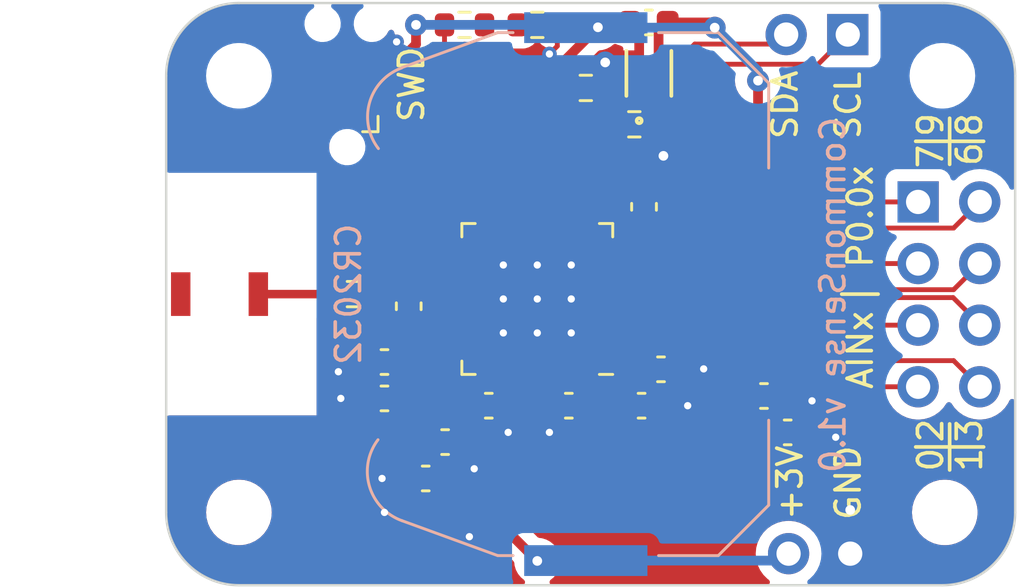
<source format=kicad_pcb>
(kicad_pcb (version 20221018) (generator pcbnew)
  (layers (0 "F.Cu" signal) (31 "B.Cu" signal) (34 "B.Paste" user) (35 "F.Paste" user) (36 "B.SilkS" user "B.Silkscreen") (37 "F.SilkS" user "F.Silkscreen") (38 "B.Mask" user) (39 "F.Mask" user) (44 "Edge.Cuts" user))
  (net 0 "")
  (net 1 "/RF")
  (net 2 "+3V3")
  (net 3 "GND")
  (net 4 "/XL1")
  (net 5 "/XL2")
  (net 6 "/DEC1")
  (net 7 "/DEC4")
  (net 8 "/DEC3")
  (net 9 "/DEC2")
  (net 10 "/XC1")
  (net 11 "/XC2")
  (net 12 "/ANT")
  (net 13 "/LED_RES")
  (net 14 "/STATUS_LED")
  (net 15 "/P0.09")
  (net 16 "/P0.08")
  (net 17 "/P0.07")
  (net 18 "/P0.06")
  (net 19 "/AIN3")
  (net 20 "/AIN2")
  (net 21 "/AIN1")
  (net 22 "/AIN0")
  (net 33 "/SWDCLK")
  (net 34 "/SWDIO")
  (net 45 "/SDA")
  (net 46 "/SCL")
  (net 48 "/NRESET")
  (footprint "Connector_PinHeader_2.54mm:PinHeader_1x02_P2.54mm_Vertical" (layer "F.Cu") (at 164.2 78.7 -90)
    (fp_text reference "J2" hide)
    (fp_text value "Conn_01x02" hide)
    (pad "1" thru_hole rect locked (at 0 0 270) (size 1.7 1.7) (drill 1) (layers "*.Cu" "*.Mask") (net 3 "GND"))
    (pad "2" thru_hole oval locked (at 0 2.54 270) (size 1.7 1.7) (drill 1) (layers "*.Cu" "*.Mask") (net 2 "+3V3"))
  )
  (footprint "Capacitor_SMD:C_0603_1608Metric" (layer "F.Cu") (at 145 70.8 180)
    (fp_text reference "C9" hide)
    (fp_text value "N.C." hide)
    (fp_line (start -0.14058 -0.51) (end 0.14058 -0.51) (stroke (width 0.12)) (layer "F.SilkS"))
    (fp_line (start -0.14058 0.51) (end 0.14058 0.51) (stroke (width 0.12)) (layer "F.SilkS"))
    (pad "1" smd roundrect (at -0.775 0 180) (size 0.9 0.95) (layers "F.Cu" "F.Paste" "F.Mask") (net 9 "/DEC2"))
    (pad "2" smd roundrect (at 0.775 0 180) (size 0.9 0.95) (layers "F.Cu" "F.Paste" "F.Mask") (net 3 "GND"))
  )
  (footprint "Capacitor_SMD:C_0603_1608Metric" (layer "F.Cu") (at 156.4 71.1 180)
    (fp_text reference "C3" hide)
    (fp_text value "100n" hide)
    (fp_line (start -0.14058 -0.51) (end 0.14058 -0.51) (stroke (width 0.12)) (layer "F.SilkS"))
    (fp_line (start -0.14058 0.51) (end 0.14058 0.51) (stroke (width 0.12)) (layer "F.SilkS"))
    (pad "1" smd roundrect (at -0.775 0 180) (size 0.9 0.95) (layers "F.Cu" "F.Paste" "F.Mask") (net 3 "GND"))
    (pad "2" smd roundrect (at 0.775 0 180) (size 0.9 0.95) (layers "F.Cu" "F.Paste" "F.Mask") (net 6 "/DEC1"))
  )
  (footprint "MountingHole:MountingHole_2.2mm_M2" (layer "F.Cu") (at 168.1 77)
    (fp_text reference "H4" hide)
    (fp_text value "MountingHole" hide)
    (pad "" np_thru_hole circle locked (at 0 0) (size 2.2 2.2) (drill 2.2) (layers "*.Cu" "*.Mask"))
  )
  (footprint "MountingHole:MountingHole_2.2mm_M2" (layer "F.Cu") (at 139 77)
    (fp_text reference "H1" hide)
    (fp_text value "MountingHole" hide)
    (pad "" np_thru_hole circle locked (at 0 0) (size 2.2 2.2) (drill 2.2) (layers "*.Cu" "*.Mask"))
  )
  (footprint "Connector_PinHeader_2.54mm:PinHeader_2x04_P2.54mm_Vertical" (layer "F.Cu") (at 167 64.2)
    (fp_text reference "J1" hide)
    (fp_text value "Conn_02x04_Counter_Clockwise" hide)
    (pad "1" thru_hole rect locked (at 0 0) (size 1.7 1.7) (drill 1) (layers "*.Cu" "*.Mask") (net 15 "/P0.09"))
    (pad "2" thru_hole oval locked (at 2.54 0) (size 1.7 1.7) (drill 1) (layers "*.Cu" "*.Mask") (net 16 "/P0.08"))
    (pad "3" thru_hole oval locked (at 0 2.54) (size 1.7 1.7) (drill 1) (layers "*.Cu" "*.Mask") (net 17 "/P0.07"))
    (pad "4" thru_hole oval locked (at 2.54 2.54) (size 1.7 1.7) (drill 1) (layers "*.Cu" "*.Mask") (net 18 "/P0.06"))
    (pad "5" thru_hole oval locked (at 0 5.08) (size 1.7 1.7) (drill 1) (layers "*.Cu" "*.Mask") (net 20 "/AIN2"))
    (pad "6" thru_hole oval locked (at 2.54 5.08) (size 1.7 1.7) (drill 1) (layers "*.Cu" "*.Mask") (net 19 "/AIN3"))
    (pad "7" thru_hole oval locked (at 0 7.62) (size 1.7 1.7) (drill 1) (layers "*.Cu" "*.Mask") (net 22 "/AIN0"))
    (pad "8" thru_hole oval locked (at 2.54 7.62) (size 1.7 1.7) (drill 1) (layers "*.Cu" "*.Mask") (net 21 "/AIN1"))
  )
  (footprint "encyclopedia_galactica:ECS-.327-12.5-12R-TR" (layer "F.Cu") (at 160.076228 75.527211 180)
    (fp_text reference "Y1" hide)
    (fp_text value " ECS-.327-12.5-12R-TR " hide)
    (pad "1" smd rect (at -0.7 0 180) (size 0.6 1.1) (layers "F.Cu" "F.Paste" "F.Mask") (net 5 "/XL2"))
    (pad "2" smd rect (at 0.7 0 180) (size 0.6 1.1) (layers "F.Cu" "F.Paste" "F.Mask") (net 4 "/XL1"))
  )
  (footprint "encyclopedia_galactica:2108838-1" (layer "F.Cu") (at 135.7 68)
    (fp_text reference "2108838-1" hide)
    (fp_text value "~" hide)
    (pad "1" smd rect (at 4.1 0) (size 0.8 1.8) (layers "F.Cu" "F.Paste" "F.Mask") (net 1 "/RF"))
    (pad "2" smd rect (at 0.9 0) (size 0.8 1.8) (layers "F.Cu" "F.Paste" "F.Mask"))
    (zone (net 0) (net_name "") (layers "*.Cu") (connect_pads (clearance 0)) (min_thickness 0.25)
      (keepout (tracks allowed) (vias not_allowed) (pads allowed) (copperpour not_allowed) (footprints not_allowed))
      (fill (thermal_gap 0.5) (thermal_bridge_width 0.5))
      (polygon (pts (xy 129.2 63) (xy 129.2 73) (xy 142.2 73) (xy 142.2 63)))
    )
  )
  (footprint "MountingHole:MountingHole_2.2mm_M2" (layer "F.Cu") (at 139 59)
    (fp_text reference "H2" hide)
    (fp_text value "MountingHole" hide)
    (pad "" np_thru_hole circle locked (at 0 0) (size 2.2 2.2) (drill 2.2) (layers "*.Cu" "*.Mask"))
  )
  (footprint "Connector_PinHeader_2.54mm:PinHeader_1x02_P2.54mm_Vertical" (layer "F.Cu") (at 164.1 57.3 -90)
    (fp_text reference "J3" hide)
    (fp_text value "Conn_01x02" hide)
    (pad "1" thru_hole rect locked (at 0 0 270) (size 1.7 1.7) (drill 1) (layers "*.Cu" "*.Mask") (net 46 "/SCL"))
    (pad "2" thru_hole oval locked (at 0 2.54 270) (size 1.7 1.7) (drill 1) (layers "*.Cu" "*.Mask") (net 45 "/SDA"))
  )
  (footprint "Resistor_SMD:R_0603_1608Metric" (layer "F.Cu") (at 151.3 56.9 180)
    (fp_text reference "D1" hide)
    (fp_text value "LED" hide)
    (fp_line (start -0.237258 -0.5225) (end 0.237258 -0.5225) (stroke (width 0.12)) (layer "F.SilkS"))
    (fp_line (start -0.237258 0.5225) (end 0.237258 0.5225) (stroke (width 0.12)) (layer "F.SilkS"))
    (pad "1" smd roundrect (at -0.825 0 180) (size 0.8 0.95) (layers "F.Cu" "F.Paste" "F.Mask") (net 3 "GND"))
    (pad "2" smd roundrect (at 0.825 0 180) (size 0.8 0.95) (layers "F.Cu" "F.Paste" "F.Mask") (net 13 "/LED_RES"))
  )
  (footprint "Package_DFN_QFN:QFN-48-1EP_6x6mm_P0.4mm_EP4.6x4.6mm" (layer "F.Cu") (at 151.3 68.2 180)
    (fp_text reference "U1" hide)
    (fp_text value "NRF52810-QFAA-R7" hide)
    (fp_line (start -3.11 3.11) (end -3.11 2.56) (stroke (width 0.12)) (layer "F.SilkS"))
    (fp_line (start -2.56 -3.11) (end -3.11 -3.11) (stroke (width 0.12)) (layer "F.SilkS"))
    (fp_line (start -2.56 3.11) (end -3.11 3.11) (stroke (width 0.12)) (layer "F.SilkS"))
    (fp_line (start 2.56 -3.11) (end 3.11 -3.11) (stroke (width 0.12)) (layer "F.SilkS"))
    (fp_line (start 2.56 3.11) (end 3.11 3.11) (stroke (width 0.12)) (layer "F.SilkS"))
    (fp_line (start 3.11 -3.11) (end 3.11 -2.56) (stroke (width 0.12)) (layer "F.SilkS"))
    (fp_line (start 3.11 3.11) (end 3.11 2.56) (stroke (width 0.12)) (layer "F.SilkS"))
    (pad "1" smd roundrect (at -2.95 -2.2 180) (size 0.8 0.2) (layers "F.Cu" "F.Paste" "F.Mask") (net 6 "/DEC1"))
    (pad "2" smd roundrect (at -2.95 -1.8 180) (size 0.8 0.2) (layers "F.Cu" "F.Paste" "F.Mask") (net 4 "/XL1"))
    (pad "3" smd roundrect (at -2.95 -1.4 180) (size 0.8 0.2) (layers "F.Cu" "F.Paste" "F.Mask") (net 5 "/XL2"))
    (pad "4" smd roundrect (at -2.95 -1 180) (size 0.8 0.2) (layers "F.Cu" "F.Paste" "F.Mask") (net 22 "/AIN0"))
    (pad "5" smd roundrect (at -2.95 -0.6 180) (size 0.8 0.2) (layers "F.Cu" "F.Paste" "F.Mask") (net 21 "/AIN1"))
    (pad "6" smd roundrect (at -2.95 -0.2 180) (size 0.8 0.2) (layers "F.Cu" "F.Paste" "F.Mask") (net 20 "/AIN2"))
    (pad "7" smd roundrect (at -2.95 0.2 180) (size 0.8 0.2) (layers "F.Cu" "F.Paste" "F.Mask") (net 19 "/AIN3"))
    (pad "8" smd roundrect (at -2.95 0.6 180) (size 0.8 0.2) (layers "F.Cu" "F.Paste" "F.Mask") (net 18 "/P0.06"))
    (pad "9" smd roundrect (at -2.95 1 180) (size 0.8 0.2) (layers "F.Cu" "F.Paste" "F.Mask") (net 17 "/P0.07"))
    (pad "10" smd roundrect (at -2.95 1.4 180) (size 0.8 0.2) (layers "F.Cu" "F.Paste" "F.Mask") (net 16 "/P0.08"))
    (pad "11" smd roundrect (at -2.95 1.8 180) (size 0.8 0.2) (layers "F.Cu" "F.Paste" "F.Mask") (net 15 "/P0.09"))
    (pad "12" smd roundrect (at -2.95 2.2 180) (size 0.8 0.2) (layers "F.Cu" "F.Paste" "F.Mask"))
    (pad "13" smd roundrect (at -2.2 2.95 180) (size 0.2 0.8) (layers "F.Cu" "F.Paste" "F.Mask") (net 2 "+3V3"))
    (pad "14" smd roundrect (at -1.8 2.95 180) (size 0.2 0.8) (layers "F.Cu" "F.Paste" "F.Mask"))
    (pad "15" smd roundrect (at -1.4 2.95 180) (size 0.2 0.8) (layers "F.Cu" "F.Paste" "F.Mask"))
    (pad "16" smd roundrect (at -1 2.95 180) (size 0.2 0.8) (layers "F.Cu" "F.Paste" "F.Mask") (net 46 "/SCL"))
    (pad "17" smd roundrect (at -0.6 2.95 180) (size 0.2 0.8) (layers "F.Cu" "F.Paste" "F.Mask") (net 45 "/SDA"))
    (pad "18" smd roundrect (at -0.2 2.95 180) (size 0.2 0.8) (layers "F.Cu" "F.Paste" "F.Mask"))
    (pad "19" smd roundrect (at 0.2 2.95 180) (size 0.2 0.8) (layers "F.Cu" "F.Paste" "F.Mask"))
    (pad "20" smd roundrect (at 0.6 2.95 180) (size 0.2 0.8) (layers "F.Cu" "F.Paste" "F.Mask"))
    (pad "21" smd roundrect (at 1 2.95 180) (size 0.2 0.8) (layers "F.Cu" "F.Paste" "F.Mask"))
    (pad "22" smd roundrect (at 1.4 2.95 180) (size 0.2 0.8) (layers "F.Cu" "F.Paste" "F.Mask"))
    (pad "23" smd roundrect (at 1.8 2.95 180) (size 0.2 0.8) (layers "F.Cu" "F.Paste" "F.Mask") (net 14 "/STATUS_LED"))
    (pad "24" smd roundrect (at 2.2 2.95 180) (size 0.2 0.8) (layers "F.Cu" "F.Paste" "F.Mask") (net 48 "/NRESET"))
    (pad "25" smd roundrect (at 2.95 2.2 180) (size 0.8 0.2) (layers "F.Cu" "F.Paste" "F.Mask") (net 33 "/SWDCLK"))
    (pad "26" smd roundrect (at 2.95 1.8 180) (size 0.8 0.2) (layers "F.Cu" "F.Paste" "F.Mask") (net 34 "/SWDIO"))
    (pad "27" smd roundrect (at 2.95 1.4 180) (size 0.8 0.2) (layers "F.Cu" "F.Paste" "F.Mask"))
    (pad "28" smd roundrect (at 2.95 1 180) (size 0.8 0.2) (layers "F.Cu" "F.Paste" "F.Mask"))
    (pad "29" smd roundrect (at 2.95 0.6 180) (size 0.8 0.2) (layers "F.Cu" "F.Paste" "F.Mask"))
    (pad "30" smd roundrect (at 2.95 0.2 180) (size 0.8 0.2) (layers "F.Cu" "F.Paste" "F.Mask") (net 12 "/ANT"))
    (pad "31" smd roundrect (at 2.95 -0.2 180) (size 0.8 0.2) (layers "F.Cu" "F.Paste" "F.Mask") (net 3 "GND"))
    (pad "32" smd roundrect (at 2.95 -0.6 180) (size 0.8 0.2) (layers "F.Cu" "F.Paste" "F.Mask") (net 9 "/DEC2"))
    (pad "33" smd roundrect (at 2.95 -1 180) (size 0.8 0.2) (layers "F.Cu" "F.Paste" "F.Mask") (net 8 "/DEC3"))
    (pad "34" smd roundrect (at 2.95 -1.4 180) (size 0.8 0.2) (layers "F.Cu" "F.Paste" "F.Mask") (net 11 "/XC2"))
    (pad "35" smd roundrect (at 2.95 -1.8 180) (size 0.8 0.2) (layers "F.Cu" "F.Paste" "F.Mask") (net 10 "/XC1"))
    (pad "36" smd roundrect (at 2.95 -2.2 180) (size 0.8 0.2) (layers "F.Cu" "F.Paste" "F.Mask") (net 2 "+3V3"))
    (pad "37" smd roundrect (at 2.2 -2.95 180) (size 0.2 0.8) (layers "F.Cu" "F.Paste" "F.Mask"))
    (pad "38" smd roundrect (at 1.8 -2.95 180) (size 0.2 0.8) (layers "F.Cu" "F.Paste" "F.Mask"))
    (pad "39" smd roundrect (at 1.4 -2.95 180) (size 0.2 0.8) (layers "F.Cu" "F.Paste" "F.Mask"))
    (pad "40" smd roundrect (at 1 -2.95 180) (size 0.2 0.8) (layers "F.Cu" "F.Paste" "F.Mask"))
    (pad "41" smd roundrect (at 0.6 -2.95 180) (size 0.2 0.8) (layers "F.Cu" "F.Paste" "F.Mask"))
    (pad "42" smd roundrect (at 0.2 -2.95 180) (size 0.2 0.8) (layers "F.Cu" "F.Paste" "F.Mask"))
    (pad "43" smd roundrect (at -0.2 -2.95 180) (size 0.2 0.8) (layers "F.Cu" "F.Paste" "F.Mask"))
    (pad "44" smd roundrect (at -0.6 -2.95 180) (size 0.2 0.8) (layers "F.Cu" "F.Paste" "F.Mask"))
    (pad "45" smd roundrect (at -1 -2.95 180) (size 0.2 0.8) (layers "F.Cu" "F.Paste" "F.Mask") (net 3 "GND"))
    (pad "46" smd roundrect (at -1.4 -2.95 180) (size 0.2 0.8) (layers "F.Cu" "F.Paste" "F.Mask") (net 7 "/DEC4"))
    (pad "47" smd roundrect (at -1.8 -2.95 180) (size 0.2 0.8) (layers "F.Cu" "F.Paste" "F.Mask"))
    (pad "48" smd roundrect (at -2.2 -2.95 180) (size 0.2 0.8) (layers "F.Cu" "F.Paste" "F.Mask") (net 2 "+3V3"))
    (pad "49" smd rect (at 0 0 180) (size 4.6 4.6) (layers "F.Cu" "F.Mask") (net 3 "GND"))
  )
  (footprint "Capacitor_SMD:C_0603_1608Metric" (layer "F.Cu") (at 145 72.3 180)
    (fp_text reference "C8" hide)
    (fp_text value "100pF" hide)
    (fp_line (start -0.14058 -0.51) (end 0.14058 -0.51) (stroke (width 0.12)) (layer "F.SilkS"))
    (fp_line (start -0.14058 0.51) (end 0.14058 0.51) (stroke (width 0.12)) (layer "F.SilkS"))
    (pad "1" smd roundrect (at -0.775 0 180) (size 0.9 0.95) (layers "F.Cu" "F.Paste" "F.Mask") (net 8 "/DEC3"))
    (pad "2" smd roundrect (at 0.775 0 180) (size 0.9 0.95) (layers "F.Cu" "F.Paste" "F.Mask") (net 3 "GND"))
  )
  (footprint "Capacitor_SMD:C_0603_1608Metric" (layer "F.Cu") (at 155.6 72.6 180)
    (fp_text reference "C5" hide)
    (fp_text value "4u7" hide)
    (fp_line (start -0.14058 -0.51) (end 0.14058 -0.51) (stroke (width 0.12)) (layer "F.SilkS"))
    (fp_line (start -0.14058 0.51) (end 0.14058 0.51) (stroke (width 0.12)) (layer "F.SilkS"))
    (pad "1" smd roundrect (at -0.775 0 180) (size 0.9 0.95) (layers "F.Cu" "F.Paste" "F.Mask") (net 3 "GND"))
    (pad "2" smd roundrect (at 0.775 0 180) (size 0.9 0.95) (layers "F.Cu" "F.Paste" "F.Mask") (net 2 "+3V3"))
  )
  (footprint "Capacitor_SMD:C_0603_1608Metric" (layer "F.Cu") (at 147.5 74.1)
    (fp_text reference "C11" hide)
    (fp_text value "12pF" hide)
    (fp_line (start -0.14058 -0.51) (end 0.14058 -0.51) (stroke (width 0.12)) (layer "F.SilkS"))
    (fp_line (start -0.14058 0.51) (end 0.14058 0.51) (stroke (width 0.12)) (layer "F.SilkS"))
    (pad "1" smd roundrect (at -0.775 0) (size 0.9 0.95) (layers "F.Cu" "F.Paste" "F.Mask") (net 11 "/XC2"))
    (pad "2" smd roundrect (at 0.775 0) (size 0.9 0.95) (layers "F.Cu" "F.Paste" "F.Mask") (net 3 "GND"))
  )
  (footprint "Resistor_SMD:R_0603_1608Metric" (layer "F.Cu") (at 153.3 59.5)
    (fp_text reference "R4" hide)
    (fp_text value "10k" hide)
    (fp_line (start -0.237258 -0.5225) (end 0.237258 -0.5225) (stroke (width 0.12)) (layer "F.SilkS"))
    (fp_line (start -0.237258 0.5225) (end 0.237258 0.5225) (stroke (width 0.12)) (layer "F.SilkS"))
    (pad "1" smd roundrect (at -0.825 0) (size 0.8 0.95) (layers "F.Cu" "F.Paste" "F.Mask") (net 2 "+3V3"))
    (pad "2" smd roundrect (at 0.825 0) (size 0.8 0.95) (layers "F.Cu" "F.Paste" "F.Mask") (net 45 "/SDA"))
  )
  (footprint "Connector:Tag-Connect_TC2030-IDC-NL_2x03_P1.27mm_Vertical" (layer "F.Cu") (at 143.465 59.4 90)
    (fp_text reference "J5" hide)
    (fp_text value "Conn_ARM_SWD_TagConnect_TC2030-NL" hide)
    (fp_line (start -1.905 1.27) (end -1.905 0.635) (stroke (width 0.12)) (layer "F.SilkS"))
    (fp_line (start -1.27 1.27) (end -1.905 1.27) (stroke (width 0.12)) (layer "F.SilkS"))
    (pad "" np_thru_hole circle (at -2.54 0 90) (size 0.9906 0.9906) (drill 0.9906) (layers "*.Cu" "*.Mask"))
    (pad "" np_thru_hole circle (at 2.54 -1.016 90) (size 0.9906 0.9906) (drill 0.9906) (layers "*.Cu" "*.Mask"))
    (pad "" np_thru_hole circle (at 2.54 1.016 90) (size 0.9906 0.9906) (drill 0.9906) (layers "*.Cu" "*.Mask"))
    (pad "1" connect circle (at -1.27 0.635 90) (size 0.7874 0.7874) (layers "F.Cu" "F.Mask") (net 2 "+3V3"))
    (pad "2" connect circle (at -1.27 -0.635 90) (size 0.7874 0.7874) (layers "F.Cu" "F.Mask") (net 34 "/SWDIO"))
    (pad "3" connect circle (at 0 0.635 90) (size 0.7874 0.7874) (layers "F.Cu" "F.Mask") (net 48 "/NRESET"))
    (pad "4" connect circle (at 0 -0.635 90) (size 0.7874 0.7874) (layers "F.Cu" "F.Mask") (net 33 "/SWDCLK"))
    (pad "5" connect circle (at 1.27 0.635 90) (size 0.7874 0.7874) (layers "F.Cu" "F.Mask") (net 3 "GND"))
    (pad "6" connect circle (at 1.27 -0.635 90) (size 0.7874 0.7874) (layers "F.Cu" "F.Mask"))
    (zone (net 0) (net_name "") (layer "F.Cu") (connect_pads (clearance 0)) (min_thickness 0.254)
      (keepout (tracks allowed) (vias not_allowed) (pads allowed) (copperpour not_allowed) (footprints not_allowed))
      (fill (thermal_gap 0.508) (thermal_bridge_width 0.508))
      (polygon (pts (xy 142.83 58.13) (xy 142.83 60.67) (xy 144.1 60.67) (xy 144.1 58.13)))
    )
  )
  (footprint "Resistor_SMD:R_0603_1608Metric" (layer "F.Cu") (at 148.3 56.9)
    (fp_text reference "R1" hide)
    (fp_text value "R" hide)
    (fp_line (start -0.237258 -0.5225) (end 0.237258 -0.5225) (stroke (width 0.12)) (layer "F.SilkS"))
    (fp_line (start -0.237258 0.5225) (end 0.237258 0.5225) (stroke (width 0.12)) (layer "F.SilkS"))
    (pad "1" smd roundrect (at -0.825 0) (size 0.8 0.95) (layers "F.Cu" "F.Paste" "F.Mask") (net 14 "/STATUS_LED"))
    (pad "2" smd roundrect (at 0.825 0) (size 0.8 0.95) (layers "F.Cu" "F.Paste" "F.Mask") (net 13 "/LED_RES"))
  )
  (footprint "MountingHole:MountingHole_2.2mm_M2" (layer "F.Cu") (at 168 59)
    (fp_text reference "H3" hide)
    (fp_text value "MountingHole" hide)
    (pad "" np_thru_hole circle locked (at 0 0) (size 2.2 2.2) (drill 2.2) (layers "*.Cu" "*.Mask"))
  )
  (footprint "Resistor_SMD:R_0603_1608Metric" (layer "F.Cu") (at 143.7 68 180)
    (fp_text reference "L1" hide)
    (fp_text value "3.9nH" hide)
    (fp_line (start -0.237258 -0.5225) (end 0.237258 -0.5225) (stroke (width 0.12)) (layer "F.SilkS"))
    (fp_line (start -0.237258 0.5225) (end 0.237258 0.5225) (stroke (width 0.12)) (layer "F.SilkS"))
    (pad "1" smd roundrect (at -0.825 0 180) (size 0.8 0.95) (layers "F.Cu" "F.Paste" "F.Mask") (net 12 "/ANT"))
    (pad "2" smd roundrect (at 0.825 0 180) (size 0.8 0.95) (layers "F.Cu" "F.Paste" "F.Mask") (net 1 "/RF"))
  )
  (footprint "Resistor_SMD:R_0603_1608Metric" (layer "F.Cu") (at 155.3 61 180)
    (fp_text reference "R3" hide)
    (fp_text value "10k" hide)
    (fp_line (start -0.237258 -0.5225) (end 0.237258 -0.5225) (stroke (width 0.12)) (layer "F.SilkS"))
    (fp_line (start -0.237258 0.5225) (end 0.237258 0.5225) (stroke (width 0.12)) (layer "F.SilkS"))
    (pad "1" smd roundrect (at -0.825 0 180) (size 0.8 0.95) (layers "F.Cu" "F.Paste" "F.Mask") (net 46 "/SCL"))
    (pad "2" smd roundrect (at 0.825 0 180) (size 0.8 0.95) (layers "F.Cu" "F.Paste" "F.Mask") (net 2 "+3V3"))
  )
  (footprint "Capacitor_SMD:C_0603_1608Metric" (layer "F.Cu") (at 149.3 72.6 180)
    (fp_text reference "C7" hide)
    (fp_text value "100n" hide)
    (fp_line (start -0.14058 -0.51) (end 0.14058 -0.51) (stroke (width 0.12)) (layer "F.SilkS"))
    (fp_line (start -0.14058 0.51) (end 0.14058 0.51) (stroke (width 0.12)) (layer "F.SilkS"))
    (pad "1" smd roundrect (at -0.775 0 180) (size 0.9 0.95) (layers "F.Cu" "F.Paste" "F.Mask") (net 3 "GND"))
    (pad "2" smd roundrect (at 0.775 0 180) (size 0.9 0.95) (layers "F.Cu" "F.Paste" "F.Mask") (net 2 "+3V3"))
  )
  (footprint "Capacitor_SMD:C_0603_1608Metric" (layer "F.Cu") (at 155.90005 56.8 180)
    (fp_text reference "C13" hide)
    (fp_text value "100n" hide)
    (fp_line (start -0.14058 -0.51) (end 0.14058 -0.51) (stroke (width 0.12)) (layer "F.SilkS"))
    (fp_line (start -0.14058 0.51) (end 0.14058 0.51) (stroke (width 0.12)) (layer "F.SilkS"))
    (pad "1" smd roundrect (at -0.775 0 180) (size 0.9 0.95) (layers "F.Cu" "F.Paste" "F.Mask") (net 2 "+3V3"))
    (pad "2" smd roundrect (at 0.775 0 180) (size 0.9 0.95) (layers "F.Cu" "F.Paste" "F.Mask") (net 3 "GND"))
  )
  (footprint "Capacitor_SMD:C_0603_1608Metric" (layer "F.Cu") (at 161.62255 73.7)
    (fp_text reference "C2" hide)
    (fp_text value "12pF" hide)
    (fp_line (start -0.14058 -0.51) (end 0.14058 -0.51) (stroke (width 0.12)) (layer "F.SilkS"))
    (fp_line (start -0.14058 0.51) (end 0.14058 0.51) (stroke (width 0.12)) (layer "F.SilkS"))
    (pad "1" smd roundrect (at -0.775 0) (size 0.9 0.95) (layers "F.Cu" "F.Paste" "F.Mask") (net 5 "/XL2"))
    (pad "2" smd roundrect (at 0.775 0) (size 0.9 0.95) (layers "F.Cu" "F.Paste" "F.Mask") (net 3 "GND"))
  )
  (footprint "Capacitor_SMD:C_0603_1608Metric" (layer "F.Cu") (at 155.7 64.4 -90)
    (fp_text reference "C4" hide)
    (fp_text value "100n" hide)
    (fp_line (start -0.14058 -0.51) (end 0.14058 -0.51) (stroke (width 0.12)) (layer "F.SilkS"))
    (fp_line (start -0.14058 0.51) (end 0.14058 0.51) (stroke (width 0.12)) (layer "F.SilkS"))
    (pad "1" smd roundrect (at -0.775 0 270) (size 0.9 0.95) (layers "F.Cu" "F.Paste" "F.Mask") (net 3 "GND"))
    (pad "2" smd roundrect (at 0.775 0 270) (size 0.9 0.95) (layers "F.Cu" "F.Paste" "F.Mask") (net 2 "+3V3"))
  )
  (footprint "encyclopedia_galactica:DFN4_SHT41_SEN" (layer "F.Cu") (at 155.90005 58.9 90)
    (fp_text reference "U2" hide)
    (fp_text value "SHT41-AD1B-R2" hide)
    (fp_line (start -0.9271 0.9271) (end 0.9271 0.9271) (stroke (width 0.1524)) (layer "F.SilkS"))
    (fp_line (start 0.9271 -0.9271) (end -0.9271 -0.9271) (stroke (width 0.1524)) (layer "F.SilkS"))
    (fp_circle (center -1.950999 -0.40005) (end -1.849399 -0.40005) (stroke (width 0.1524)) (fill none) (layer "F.SilkS"))
    (pad "1" smd rect (at -0.7469 -0.40005 90) (size 0.706399 0.3056) (layers "F.Cu" "F.Paste" "F.Mask") (net 45 "/SDA"))
    (pad "2" smd rect (at -0.7469 0.40005 90) (size 0.706399 0.3056) (layers "F.Cu" "F.Paste" "F.Mask") (net 46 "/SCL"))
    (pad "3" smd rect (at 0.7469 0.40005 90) (size 0.706399 0.3056) (layers "F.Cu" "F.Paste" "F.Mask") (net 2 "+3V3"))
    (pad "4" smd rect (at 0.7469 -0.40005 90) (size 0.706399 0.3056) (layers "F.Cu" "F.Paste" "F.Mask") (net 3 "GND"))
  )
  (footprint "Capacitor_SMD:C_0603_1608Metric" (layer "F.Cu") (at 160.6451 72.2)
    (fp_text reference "C1" hide)
    (fp_text value "12pF" hide)
    (fp_line (start -0.14058 -0.51) (end 0.14058 -0.51) (stroke (width 0.12)) (layer "F.SilkS"))
    (fp_line (start -0.14058 0.51) (end 0.14058 0.51) (stroke (width 0.12)) (layer "F.SilkS"))
    (pad "1" smd roundrect (at -0.775 0) (size 0.9 0.95) (layers "F.Cu" "F.Paste" "F.Mask") (net 4 "/XL1"))
    (pad "2" smd roundrect (at 0.775 0) (size 0.9 0.95) (layers "F.Cu" "F.Paste" "F.Mask") (net 3 "GND"))
  )
  (footprint "encyclopedia_galactica:ABM11W-30.0000MHZ-7-D1X-T3" (layer "F.Cu") (at 146.7625 77.5)
    (fp_text reference "Y2" hide)
    (fp_text value "ABM11W-32.0000MHZ-7-D1X-T3 " hide)
    (pad "1" smd rect (at -0.637 -0.487 90) (size 0.775 0.875) (layers "F.Cu" "F.Paste" "F.Mask") (net 3 "GND"))
    (pad "2" smd rect (at 0.637 -0.487 90) (size 0.775 0.875) (layers "F.Cu" "F.Paste" "F.Mask") (net 10 "/XC1"))
    (pad "3" smd rect (at -0.637 0.487 90) (size 0.775 0.875) (layers "F.Cu" "F.Paste" "F.Mask") (net 11 "/XC2"))
    (pad "4" smd rect (at 0.637 0.487 90) (size 0.775 0.875) (layers "F.Cu" "F.Paste" "F.Mask") (net 3 "GND"))
  )
  (footprint "Capacitor_SMD:C_0603_1608Metric" (layer "F.Cu") (at 146 68.5 90)
    (fp_text reference "C12" hide)
    (fp_text value "0.8pF" hide)
    (fp_line (start -0.14058 -0.51) (end 0.14058 -0.51) (stroke (width 0.12)) (layer "F.SilkS"))
    (fp_line (start -0.14058 0.51) (end 0.14058 0.51) (stroke (width 0.12)) (layer "F.SilkS"))
    (pad "1" smd roundrect (at -0.775 0 90) (size 0.9 0.95) (layers "F.Cu" "F.Paste" "F.Mask") (net 3 "GND"))
    (pad "2" smd roundrect (at 0.775 0 90) (size 0.9 0.95) (layers "F.Cu" "F.Paste" "F.Mask") (net 12 "/ANT"))
  )
  (footprint "Capacitor_SMD:C_0603_1608Metric" (layer "F.Cu") (at 152.6 72.6 180)
    (fp_text reference "C6" hide)
    (fp_text value "1u" hide)
    (fp_line (start -0.14058 -0.51) (end 0.14058 -0.51) (stroke (width 0.12)) (layer "F.SilkS"))
    (fp_line (start -0.14058 0.51) (end 0.14058 0.51) (stroke (width 0.12)) (layer "F.SilkS"))
    (pad "1" smd roundrect (at -0.775 0 180) (size 0.9 0.95) (layers "F.Cu" "F.Paste" "F.Mask") (net 7 "/DEC4"))
    (pad "2" smd roundrect (at 0.775 0 180) (size 0.9 0.95) (layers "F.Cu" "F.Paste" "F.Mask") (net 3 "GND"))
  )
  (footprint "Capacitor_SMD:C_0603_1608Metric" (layer "F.Cu") (at 146.7 75.6 180)
    (fp_text reference "C10" hide)
    (fp_text value "12pF" hide)
    (fp_line (start -0.14058 -0.51) (end 0.14058 -0.51) (stroke (width 0.12)) (layer "F.SilkS"))
    (fp_line (start -0.14058 0.51) (end 0.14058 0.51) (stroke (width 0.12)) (layer "F.SilkS"))
    (pad "1" smd roundrect (at -0.775 0 180) (size 0.9 0.95) (layers "F.Cu" "F.Paste" "F.Mask") (net 10 "/XC1"))
    (pad "2" smd roundrect (at 0.775 0 180) (size 0.9 0.95) (layers "F.Cu" "F.Paste" "F.Mask") (net 3 "GND"))
  )
  (footprint "Battery:BatteryHolder_Keystone_3034_1x20mm" (layer "B.Cu") (at 153.3 68 90)
    (fp_text reference "BT1" hide)
    (fp_text value "Battery_Cell" hide)
    (fp_line (start -10.78 -3.63) (end -9.34 -7.58) (stroke (width 0.12)) (layer "B.SilkS"))
    (fp_line (start -10.78 -3) (end -10.78 -3.63) (stroke (width 0.12)) (layer "B.SilkS"))
    (fp_line (start -10.78 5.46) (end -10.78 3) (stroke (width 0.12)) (layer "B.SilkS"))
    (fp_line (start -8.7 7.54) (end -10.78 5.46) (stroke (width 0.12)) (layer "B.SilkS"))
    (fp_line (start -5.2 7.54) (end -8.7 7.54) (stroke (width 0.12)) (layer "B.SilkS"))
    (fp_line (start 8.7 7.54) (end 5.2 7.54) (stroke (width 0.12)) (layer "B.SilkS"))
    (fp_line (start 8.7 7.54) (end 10.78 5.46) (stroke (width 0.12)) (layer "B.SilkS"))
    (fp_line (start 10.78 -3.63) (end 9.34 -7.58) (stroke (width 0.12)) (layer "B.SilkS"))
    (fp_line (start 10.78 -3) (end 10.78 -3.63) (stroke (width 0.12)) (layer "B.SilkS"))
    (fp_line (start 10.78 5.46) (end 10.78 3) (stroke (width 0.12)) (layer "B.SilkS"))
    (fp_arc (start -9.34 -7.58) (mid -7.921654 -8.918738) (end -6.003354 -8.56653) (stroke (width 0.12)) (layer "B.SilkS"))
    (fp_arc (start 6 -8.55) (mid 7.90634 -8.911669) (end 9.325243 -7.588169) (stroke (width 0.12)) (layer "B.SilkS"))
    (pad "1" smd rect (at -10.985 0 90) (size 1.27 5.08) (layers "B.Cu" "B.Paste" "B.Mask") (net 2 "+3V3"))
    (pad "1" smd rect (at 10.985 0 90) (size 1.27 5.08) (layers "B.Cu" "B.Paste" "B.Mask") (net 2 "+3V3"))
    (pad "2" smd circle (at 0 0 90) (size 17.8 17.8) (layers "B.Cu" "B.Mask") (net 3 "GND"))
  )
  (gr_line (start 168.3 75.25) (end 168.3 73.35) (stroke (width 0.15)) (layer "F.SilkS"))
  (gr_line (start 165.35 68) (end 163.85 68) (stroke (width 0.15)) (layer "F.SilkS"))
  (gr_line (start 168.3 62.65) (end 168.3 60.75) (stroke (width 0.15)) (layer "F.SilkS"))
  (gr_line (start 166.9 74.3) (end 169.7 74.3) (stroke (width 0.15)) (layer "F.SilkS"))
  (gr_line (start 166.9 61.7) (end 169.7 61.7) (stroke (width 0.15)) (layer "F.SilkS"))
  (gr_line locked (start 168.000001 80.000001) (end 139 80) (stroke (width 0.1)) (layer "Edge.Cuts"))
  (gr_line locked (start 171 59) (end 171 77) (stroke (width 0.1)) (layer "Edge.Cuts"))
  (gr_arc locked (start 138.999999 80.000001) (mid 136.878679 79.121321) (end 135.999999 77.000001) (stroke (width 0.1)) (layer "Edge.Cuts"))
  (gr_arc locked (start 168 56) (mid 170.12132 56.87868) (end 171 59) (stroke (width 0.1)) (layer "Edge.Cuts"))
  (gr_arc locked (start 135.999999 58.999999) (mid 136.878679 56.878679) (end 138.999999 55.999999) (stroke (width 0.1)) (layer "Edge.Cuts"))
  (gr_line locked (start 139 56) (end 168 56) (stroke (width 0.1)) (layer "Edge.Cuts"))
  (gr_arc locked (start 171.000001 77.000001) (mid 170.121321 79.121321) (end 168.000001 80.000001) (stroke (width 0.1)) (layer "Edge.Cuts"))
  (gr_line locked (start 136 77) (end 136 59) (stroke (width 0.1)) (layer "Edge.Cuts"))
  (gr_text "CommonSense v1.0" (at 162.9 60.6 90) (layer "B.SilkS") (effects (font (size 1 1)) (justify left top mirror)))
  (gr_text "CR2032" (at 144.1 65 90) (layer "B.SilkS") (effects (font (size 1 1)) (justify left bottom mirror)))
  (gr_text "7" (at 168.1 62.9 90) (layer "F.SilkS") (effects (font (size 1 1)) (justify left bottom)))
  (gr_text "SCL" (at 164.7 61.7 90) (layer "F.SilkS") (effects (font (size 1 1)) (justify left bottom)))
  (gr_text "SDA" (at 162.1 61.7 90) (layer "F.SilkS") (effects (font (size 1 1)) (justify left bottom)))
  (gr_text "P0.0x" (at 165.2 67 90) (layer "F.SilkS") (effects (font (size 1 1)) (justify left bottom)))
  (gr_text "+3V" (at 162.3 77.4 90) (layer "F.SilkS") (effects (font (size 1 1)) (justify left bottom)))
  (gr_text "6" (at 169.7 62.8 90) (layer "F.SilkS") (effects (font (size 1 1)) (justify left bottom)))
  (gr_text "SWD" (at 146.7 61 90) (layer "F.SilkS") (effects (font (size 1 1)) (justify left bottom)))
  (gr_text "GND" (at 164.7 77.4 90) (layer "F.SilkS") (effects (font (size 1 1)) (justify left bottom)))
  (gr_text "0" (at 168.1 75.4 90) (layer "F.SilkS") (effects (font (size 1 1)) (justify left bottom)))
  (gr_text "AINx" (at 165.2 72 90) (layer "F.SilkS") (effects (font (size 1 1)) (justify left bottom)))
  (gr_text "3" (at 169.7 74.2 90) (layer "F.SilkS") (effects (font (size 1 1)) (justify left bottom)))
  (gr_text "9" (at 168.1 61.6 90) (layer "F.SilkS") (effects (font (size 1 1)) (justify left bottom)))
  (gr_text "2" (at 168.1 74.2 90) (layer "F.SilkS") (effects (font (size 1 1)) (justify left bottom)))
  (gr_text "8" (at 169.7 61.6 90) (layer "F.SilkS") (effects (font (size 1 1)) (justify left bottom)))
  (gr_text "1" (at 169.7 75.4 90) (layer "F.SilkS") (effects (font (size 1 1)) (justify left bottom)))
  (segment (start 142.875 68) (end 139.8 68) (width 0.35) (layer "F.Cu") (net 1))
  (segment (start 151.3 79) (end 149.473 77.173) (width 0.4) (layer "F.Cu") (net 2))
  (segment (start 156.3001 58.1531) (end 156.3001 57.17495) (width 0.4) (layer "F.Cu") (net 2))
  (segment (start 144.6793 58.7793) (end 144.7 58.8) (width 0.2) (layer "F.Cu") (net 2))
  (segment (start 154.825 72.6) (end 153.527 71.302) (width 0.4) (layer "F.Cu") (net 2))
  (segment (start 143.2207 60.0207) (end 142.572897 60.0207) (width 0.2) (layer "F.Cu") (net 2))
  (segment (start 146.3 57.7) (end 146.3 56.9) (width 0.4) (layer "F.Cu") (net 2))
  (segment (start 153.527 71.302) (end 153.527 71.15) (width 0.4) (layer "F.Cu") (net 2))
  (segment (start 145.2 58.8) (end 144.7 58.8) (width 0.4) (layer "F.Cu") (net 2))
  (segment (start 156.3001 57.17495) (end 156.67505 56.8) (width 0.4) (layer "F.Cu") (net 2))
  (segment (start 153.8 57) (end 152.475 58.325) (width 0.4) (layer "F.Cu") (net 2))
  (segment (start 143.87 60.67) (end 143.2207 60.0207) (width 0.2) (layer "F.Cu") (net 2))
  (segment (start 155.7 65.175) (end 153.575 65.175) (width 0.4) (layer "F.Cu") (net 2))
  (segment (start 160.4 59.1995) (end 160.4 60.475) (width 0.4) (layer "F.Cu") (net 2))
  (segment (start 142.2093 59.142897) (end 142.572897 58.7793) (width 0.2) (layer "F.Cu") (net 2))
  (segment (start 149.473 73.548) (end 148.525 72.6) (width 0.4) (layer "F.Cu") (net 2))
  (segment (start 142.572897 58.7793) (end 144.6793 58.7793) (width 0.2) (layer "F.Cu") (net 2))
  (segment (start 156.67505 56.8) (end 158.4 56.8) (width 0.4) (layer "F.Cu") (net 2))
  (segment (start 142.2093 59.657103) (end 142.2093 59.142897) (width 0.2) (layer "F.Cu") (net 2))
  (segment (start 160.4 60.475) (end 155.7 65.175) (width 0.4) (layer "F.Cu") (net 2))
  (segment (start 153.098 74.327) (end 149.5 74.327) (width 0.4) (layer "F.Cu") (net 2))
  (segment (start 142.572897 60.0207) (end 142.2093 59.657103) (width 0.2) (layer "F.Cu") (net 2))
  (segment (start 148.525 72.6) (end 148.35 72.425) (width 0.4) (layer "F.Cu") (net 2))
  (segment (start 152.475 58.325) (end 152.475 59.5) (width 0.4) (layer "F.Cu") (net 2))
  (segment (start 148.35 72.425) (end 148.35 70.427) (width 0.4) (layer "F.Cu") (net 2))
  (segment (start 149.473 74.3) (end 149.473 73.548) (width 0.4) (layer "F.Cu") (net 2))
  (segment (start 158.4 56.8) (end 158.615 57.015) (width 0.4) (layer "F.Cu") (net 2))
  (segment (start 149.5 74.327) (end 149.473 74.3) (width 0.4) (layer "F.Cu") (net 2))
  (segment (start 154.475 61) (end 153.975 61) (width 0.4) (layer "F.Cu") (net 2))
  (segment (start 153.975 61) (end 152.475 59.5) (width 0.4) (layer "F.Cu") (net 2))
  (segment (start 145.2 58.8) (end 146.3 57.7) (width 0.4) (layer "F.Cu") (net 2))
  (segment (start 154.825 72.6) (end 153.098 74.327) (width 0.4) (layer "F.Cu") (net 2))
  (segment (start 149.473 77.173) (end 149.473 74.3) (width 0.4) (layer "F.Cu") (net 2))
  (segment (start 144.1 60.67) (end 143.87 60.67) (width 0.2) (layer "F.Cu") (net 2))
  (segment (start 153.527 65.223) (end 153.527 65.25) (width 0.4) (layer "F.Cu") (net 2))
  (segment (start 153.575 65.175) (end 153.527 65.223) (width 0.4) (layer "F.Cu") (net 2))
  (via (at 153.8 57) (size 0.9) (drill 0.4) (layers "F.Cu" "B.Cu") (net 2))
  (via (at 151.3 79) (size 0.9) (drill 0.4) (layers "F.Cu" "B.Cu") (net 2))
  (via (at 160.4 59.1995) (size 0.9) (drill 0.4) (layers "F.Cu" "B.Cu") (net 2))
  (via (at 158.615 57.015) (size 0.9) (drill 0.4) (layers "F.Cu" "B.Cu") (net 2))
  (via (at 146.3 56.9) (size 0.9) (drill 0.4) (layers "F.Cu" "B.Cu") (net 2))
  (segment (start 161.375 78.985) (end 161.66 78.7) (width 0.4) (layer "B.Cu") (net 2))
  (segment (start 153.7 56.9) (end 153.8 57) (width 0.4) (layer "B.Cu") (net 2))
  (segment (start 160.4 58.8) (end 158.615 57.015) (width 0.4) (layer "B.Cu") (net 2))
  (segment (start 153.3 78.985) (end 161.375 78.985) (width 0.4) (layer "B.Cu") (net 2))
  (segment (start 158.615 57.015) (end 153.3 57.015) (width 0.4) (layer "B.Cu") (net 2))
  (segment (start 160.4 59.1995) (end 160.4 58.8) (width 0.4) (layer "B.Cu") (net 2))
  (segment (start 146.3 56.9) (end 153.7 56.9) (width 0.4) (layer "B.Cu") (net 2))
  (segment (start 158.14136 71.1) (end 157.175 71.1) (width 0.4) (layer "F.Cu") (net 3))
  (segment (start 155.5 58.1531) (end 155.5 57.17495) (width 0.4) (layer "F.Cu") (net 3))
  (segment (start 150.075 73.675) (end 150.1 73.7) (width 0.4) (layer "F.Cu") (net 3))
  (segment (start 158.15864 71.08272) (end 158.14136 71.1) (width 0.4) (layer "F.Cu") (net 3))
  (segment (start 152.3 71.15) (end 152.3 72.125) (width 0.2) (layer "F.Cu") (net 3))
  (segment (start 144.225 70.8) (end 143.5 70.8) (width 0.4) (layer "F.Cu") (net 3))
  (segment (start 148.487 77.987) (end 148.5 78) (width 0.4) (layer "F.Cu") (net 3))
  (segment (start 149.7 68.4) (end 149.9 68.2) (width 0.2) (layer "F.Cu") (net 3))
  (segment (start 151.8 73.7) (end 151.825 73.675) (width 0.4) (layer "F.Cu") (net 3))
  (segment (start 156.5 62.3) (end 155.7 63.1) (width 0.4) (layer "F.Cu") (net 3))
  (segment (start 150.075 72.6) (end 150.075 73.675) (width 0.4) (layer "F.Cu") (net 3))
  (segment (start 152.3 72.125) (end 151.825 72.6) (width 0.2) (layer "F.Cu") (net 3))
  (segment (start 145.925 75.6) (end 144.9 75.6) (width 0.4) (layer "F.Cu") (net 3))
  (segment (start 145.013 77.013) (end 145 77) (width 0.4) (layer "F.Cu") (net 3))
  (segment (start 144.97 58.13) (end 144.1 58.13) (width 0.4) (layer "F.Cu") (net 3))
  (segment (start 145.5 57.6) (end 144.97 58.13) (width 0.4) (layer "F.Cu") (net 3))
  (segment (start 152.125 56.9) (end 152.125 57.775) (width 0.2) (layer "F.Cu") (net 3))
  (segment (start 143.5 70.8) (end 143.1 71.2) (width 0.4) (layer "F.Cu") (net 3))
  (segment (start 148.375 74.1) (end 148.375 74.875) (width 0.4) (layer "F.Cu") (net 3))
  (segment (start 161.420102 72.400001) (end 162.624999 72.400001) (width 0.4) (layer "F.Cu") (net 3))
  (segment (start 154.273402 58.1531) (end 154.2 58.226502) (width 0.4) (layer "F.Cu") (net 3))
  (segment (start 144.225 72.3) (end 143.2 72.3) (width 0.4) (layer "F.Cu") (net 3))
  (segment (start 148.35 68.4) (end 148.312495 68.437505) (width 0.2) (layer "F.Cu") (net 3))
  (segment (start 155.7 63.1) (end 155.7 63.625) (width 0.4) (layer "F.Cu") (net 3))
  (segment (start 148.375 74.875) (end 148.7 75.2) (width 0.4) (layer "F.Cu") (net 3))
  (segment (start 156.375 72.6) (end 157.5 72.6) (width 0.4) (layer "F.Cu") (net 3))
  (segment (start 148.312495 68.437505) (end 146.837495 68.437505) (width 0.2) (layer "F.Cu") (net 3))
  (segment (start 152.125 57.775) (end 151.8 58.1) (width 0.2) (layer "F.Cu") (net 3))
  (segment (start 146.837495 68.437505) (end 146 69.275) (width 0.2) (layer "F.Cu") (net 3))
  (segment (start 151.825 73.675) (end 151.825 72.6) (width 0.4) (layer "F.Cu") (net 3))
  (segment (start 164.2 78.7) (end 164.2 76.9) (width 0.4) (layer "F.Cu") (net 3))
  (segment (start 148.35 68.4) (end 149.7 68.4) (width 0.2) (layer "F.Cu") (net 3))
  (segment (start 162.39755 73.900001) (end 163.60245 73.899999) (width 0.4) (layer "F.Cu") (net 3))
  (segment (start 155.5 57.17495) (end 155.12505 56.8) (width 0.4) (layer "F.Cu") (net 3))
  (segment (start 146.1255 77.013) (end 145.013 77.013) (width 0.4) (layer "F.Cu") (net 3))
  (segment (start 147.3995 77.987) (end 148.487 77.987) (width 0.4) (layer "F.Cu") (net 3))
  (segment (start 155.5 58.1531) (end 154.273402 58.1531) (width 0.4) (layer "F.Cu") (net 3))
  (via (at 157.5 72.6) (size 0.6) (drill 0.3) (layers "F.Cu" "B.Cu") (net 3))
  (via (at 151.3 69.6) (size 0.6) (drill 0.3) (layers "F.Cu" "B.Cu") (net 3))
  (via (at 158.15864 71.08272) (size 0.6) (drill 0.3) (layers "F.Cu" "B.Cu") (net 3))
  (via (at 144.9 75.6) (size 0.6) (drill 0.3) (layers "F.Cu" "B.Cu") (net 3))
  (via (at 148.5 78) (size 0.6) (drill 0.3) (layers "F.Cu" "B.Cu") (net 3))
  (via (at 148.7 75.2) (size 0.6) (drill 0.3) (layers "F.Cu" "B.Cu") (net 3))
  (via (at 149.9 68.2) (size 0.6) (drill 0.3) (layers "F.Cu" "B.Cu") (net 3))
  (via (at 164.2 76.9) (size 0.9) (drill 0.4) (layers "F.Cu" "B.Cu") (net 3))
  (via (at 162.624999 72.400001) (size 0.6) (drill 0.3) (layers "F.Cu" "B.Cu") (net 3))
  (via (at 151.8 58.1) (size 0.6) (drill 0.3) (layers "F.Cu" "B.Cu") (net 3))
  (via (at 149.9 66.8) (size 0.6) (drill 0.3) (layers "F.Cu" "B.Cu") (net 3))
  (via (at 149.9 69.6) (size 0.6) (drill 0.3) (layers "F.Cu" "B.Cu") (net 3))
  (via (at 145.5 57.6) (size 0.6) (drill 0.3) (layers "F.Cu" "B.Cu") (net 3))
  (via (at 163.60245 73.899999) (size 0.6) (drill 0.3) (layers "F.Cu" "B.Cu") (net 3))
  (via (at 154.1 58.4485) (size 0.9) (drill 0.4) (layers "F.Cu" "B.Cu") (net 3))
  (via (at 152.7 68.2) (size 0.6) (drill 0.3) (layers "F.Cu" "B.Cu") (net 3))
  (via (at 151.3 68.2) (size 0.6) (drill 0.3) (layers "F.Cu" "B.Cu") (net 3))
  (via (at 151.8 73.7) (size 0.6) (drill 0.3) (layers "F.Cu" "B.Cu") (net 3))
  (via (at 145 77) (size 0.6) (drill 0.3) (layers "F.Cu" "B.Cu") (net 3))
  (via (at 143.2 72.3) (size 0.6) (drill 0.3) (layers "F.Cu" "B.Cu") (net 3))
  (via (at 151.3 66.8) (size 0.6) (drill 0.3) (layers "F.Cu" "B.Cu") (net 3))
  (via (at 156.5 62.3) (size 0.9) (drill 0.4) (layers "F.Cu" "B.Cu") (net 3))
  (via (at 150.1 73.7) (size 0.6) (drill 0.3) (layers "F.Cu" "B.Cu") (net 3))
  (via (at 143.1 71.2) (size 0.6) (drill 0.3) (layers "F.Cu" "B.Cu") (net 3))
  (via (at 152.7 66.8) (size 0.6) (drill 0.3) (layers "F.Cu" "B.Cu") (net 3))
  (via (at 152.7 69.6) (size 0.6) (drill 0.3) (layers "F.Cu" "B.Cu") (net 3))
  (segment (start 153.44 68) (end 153.3 68) (width 0.2) (layer "B.Cu") (net 3))
  (segment (start 164.14 78.7) (end 153.44 68) (width 0.4) (layer "B.Cu") (net 3))
  (segment (start 159.376228 71.555017) (end 157.821211 70) (width 0.2) (layer "F.Cu") (net 4))
  (segment (start 157.821211 70) (end 154.25 70) (width 0.2) (layer "F.Cu") (net 4))
  (segment (start 159.8701 72.400001) (end 159.376229 72.400001) (width 0.2) (layer "F.Cu") (net 4))
  (segment (start 159.376228 72.4) (end 159.376228 71.555017) (width 0.2) (layer "F.Cu") (net 4))
  (segment (start 159.376229 72.400001) (end 159.376228 72.4) (width 0.2) (layer "F.Cu") (net 4))
  (segment (start 159.376228 75.527211) (end 159.376228 72.4) (width 0.2) (layer "F.Cu") (net 4))
  (segment (start 160.7431 75.494083) (end 160.7431 71.8701) (width 0.2) (layer "F.Cu") (net 5))
  (segment (start 160.776228 75.527211) (end 160.7431 75.494083) (width 0.2) (layer "F.Cu") (net 5))
  (segment (start 160.7431 71.8701) (end 158.473 69.6) (width 0.2) (layer "F.Cu") (net 5))
  (segment (start 158.473 69.6) (end 154.25 69.6) (width 0.2) (layer "F.Cu") (net 5))
  (segment (start 154.925 70.4) (end 155.625 71.1) (width 0.2) (layer "F.Cu") (net 6))
  (segment (start 154.25 70.4) (end 154.925 70.4) (width 0.2) (layer "F.Cu") (net 6))
  (segment (start 152.7 71.15) (end 152.7 72.1) (width 0.2) (layer "F.Cu") (net 7))
  (segment (start 153.2 72.6) (end 153.375 72.6) (width 0.2) (layer "F.Cu") (net 7))
  (segment (start 152.7 72.1) (end 153.2 72.6) (width 0.2) (layer "F.Cu") (net 7))
  (segment (start 145.775 72.3) (end 146.498 71.577) (width 0.2) (layer "F.Cu") (net 8))
  (segment (start 146.498 71.577) (end 146.498 70.535367) (width 0.2) (layer "F.Cu") (net 8))
  (segment (start 146.498 70.535367) (end 147.833367 69.2) (width 0.2) (layer "F.Cu") (net 8))
  (segment (start 147.833367 69.2) (end 148.35 69.2) (width 0.2) (layer "F.Cu") (net 8))
  (segment (start 145.775 70.614225) (end 145.775 70.8) (width 0.2) (layer "F.Cu") (net 9))
  (segment (start 147.589225 68.8) (end 145.775 70.614225) (width 0.2) (layer "F.Cu") (net 9))
  (segment (start 148.35 68.8) (end 147.589225 68.8) (width 0.2) (layer "F.Cu") (net 9))
  (segment (start 147.502 70.456263) (end 147.502 76.9105) (width 0.2) (layer "F.Cu") (net 10))
  (segment (start 147.502 76.9105) (end 147.3995 77.013) (width 0.2) (layer "F.Cu") (net 10))
  (segment (start 147.958263 70) (end 147.502 70.456263) (width 0.2) (layer "F.Cu") (net 10))
  (segment (start 148.35 70) (end 147.958263 70) (width 0.2) (layer "F.Cu") (net 10))
  (segment (start 146.825 70.670815) (end 146.825 74) (width 0.2) (layer "F.Cu") (net 11))
  (segment (start 148.35 69.6) (end 147.895815 69.6) (width 0.2) (layer "F.Cu") (net 11))
  (segment (start 146.76 74.065) (end 146.76 77.5035) (width 0.2) (layer "F.Cu") (net 11))
  (segment (start 146.2765 77.987) (end 146.1255 77.987) (width 0.2) (layer "F.Cu") (net 11))
  (segment (start 147.895815 69.6) (end 146.825 70.670815) (width 0.2) (layer "F.Cu") (net 11))
  (segment (start 146.76 77.5035) (end 146.2765 77.987) (width 0.2) (layer "F.Cu") (net 11))
  (segment (start 146.825 74) (end 146.76 74.065) (width 0.2) (layer "F.Cu") (net 11))
  (segment (start 147.9 68) (end 144.525 68) (width 0.35) (layer "F.Cu") (net 12))
  (segment (start 148.35 68) (end 147.9 68) (width 0.2) (layer "F.Cu") (net 12))
  (segment (start 149.125 56.9) (end 150.475 56.9) (width 0.2) (layer "F.Cu") (net 13))
  (segment (start 147.475 62.833263) (end 147.475 56.9) (width 0.2) (layer "F.Cu") (net 14))
  (segment (start 149.5 65.25) (end 149.5 64.858263) (width 0.2) (layer "F.Cu") (net 14))
  (segment (start 149.5 64.858263) (end 147.475 62.833263) (width 0.2) (layer "F.Cu") (net 14))
  (segment (start 164.15 64.2) (end 167 64.2) (width 0.2) (layer "F.Cu") (net 15))
  (segment (start 154.25 66.4) (end 161.95 66.4) (width 0.2) (layer "F.Cu") (net 15))
  (segment (start 161.95 66.4) (end 164.15 64.2) (width 0.2) (layer "F.Cu") (net 15))
  (segment (start 164.523 65.277) (end 168.463 65.277) (width 0.2) (layer "F.Cu") (net 16))
  (segment (start 163 66.8) (end 164.523 65.277) (width 0.2) (layer "F.Cu") (net 16))
  (segment (start 154.25 66.8) (end 163 66.8) (width 0.2) (layer "F.Cu") (net 16))
  (segment (start 168.463 65.277) (end 169.54 64.2) (width 0.2) (layer "F.Cu") (net 16))
  (segment (start 164.06 66.74) (end 167 66.74) (width 0.2) (layer "F.Cu") (net 17))
  (segment (start 154.25 67.2) (end 163.6 67.2) (width 0.2) (layer "F.Cu") (net 17))
  (segment (start 163.6 67.2) (end 164.06 66.74) (width 0.2) (layer "F.Cu") (net 17))
  (segment (start 168.463 67.817) (end 169.54 66.74) (width 0.2) (layer "F.Cu") (net 18))
  (segment (start 164.807448 67.6) (end 165.024448 67.817) (width 0.2) (layer "F.Cu") (net 18))
  (segment (start 154.25 67.6) (end 164.807448 67.6) (width 0.2) (layer "F.Cu") (net 18))
  (segment (start 165.024448 67.817) (end 168.463 67.817) (width 0.2) (layer "F.Cu") (net 18))
  (segment (start 164.745 68) (end 164.889 68.144) (width 0.2) (layer "F.Cu") (net 19))
  (segment (start 154.25 68) (end 164.745 68) (width 0.2) (layer "F.Cu") (net 19))
  (segment (start 168.444 68.144) (end 169.54 69.24) (width 0.2) (layer "F.Cu") (net 19))
  (segment (start 164.889 68.144) (end 168.444 68.144) (width 0.2) (layer "F.Cu") (net 19))
  (segment (start 169.54 69.24) (end 169.54 69.28) (width 0.2) (layer "F.Cu") (net 19))
  (segment (start 164.501891 69.28) (end 167 69.28) (width 0.2) (layer "F.Cu") (net 20))
  (segment (start 154.25 68.4) (end 163.621891 68.4) (width 0.2) (layer "F.Cu") (net 20))
  (segment (start 163.621891 68.4) (end 164.501891 69.28) (width 0.2) (layer "F.Cu") (net 20))
  (segment (start 164.948 70.743) (end 168.463 70.743) (width 0.2) (layer "F.Cu") (net 21))
  (segment (start 163.005 68.8) (end 164.948 70.743) (width 0.2) (layer "F.Cu") (net 21))
  (segment (start 168.463 70.743) (end 169.54 71.82) (width 0.2) (layer "F.Cu") (net 21))
  (segment (start 154.25 68.8) (end 163.005 68.8) (width 0.2) (layer "F.Cu") (net 21))
  (segment (start 164.501891 71.82) (end 167 71.82) (width 0.2) (layer "F.Cu") (net 22))
  (segment (start 154.25 69.2) (end 161.881891 69.2) (width 0.2) (layer "F.Cu") (net 22))
  (segment (start 161.881891 69.2) (end 164.501891 71.82) (width 0.2) (layer "F.Cu") (net 22))
  (segment (start 143.711748 60.0493) (end 143.062448 59.4) (width 0.2) (layer "F.Cu") (net 33))
  (segment (start 146.662448 66) (end 144.7207 64.058252) (width 0.2) (layer "F.Cu") (net 33))
  (segment (start 148.35 66) (end 146.662448 66) (width 0.2) (layer "F.Cu") (net 33))
  (segment (start 144.357103 60.0493) (end 143.711748 60.0493) (width 0.2) (layer "F.Cu") (net 33))
  (segment (start 144.7207 60.412897) (end 144.357103 60.0493) (width 0.2) (layer "F.Cu") (net 33))
  (segment (start 144.7207 64.058252) (end 144.7207 60.412897) (width 0.2) (layer "F.Cu") (net 33))
  (segment (start 143.062448 59.4) (end 142.83 59.4) (width 0.2) (layer "F.Cu") (net 33))
  (segment (start 142.6197 60.8803) (end 142.6197 62.4197) (width 0.2) (layer "F.Cu") (net 34))
  (segment (start 142.83 60.67) (end 142.6197 60.8803) (width 0.2) (layer "F.Cu") (net 34))
  (segment (start 146.6 66.4) (end 148.35 66.4) (width 0.2) (layer "F.Cu") (net 34))
  (segment (start 142.6197 62.4197) (end 146.6 66.4) (width 0.2) (layer "F.Cu") (net 34))
  (segment (start 161.168 57.692) (end 161.56 57.3) (width 0.2) (layer "F.Cu") (net 45))
  (segment (start 156.1 58.9) (end 156.584552 58.9) (width 0.2) (layer "F.Cu") (net 45))
  (segment (start 157.792552 57.692) (end 161.168 57.692) (width 0.2) (layer "F.Cu") (net 45))
  (segment (start 151.9 65.25) (end 151.9 64.7) (width 0.2) (layer "F.Cu") (net 45))
  (segment (start 154.2719 59.6469) (end 154.125 59.5) (width 0.2) (layer "F.Cu") (net 45))
  (segment (start 155.5 59.5) (end 156.1 58.9) (width 0.2) (layer "F.Cu") (net 45))
  (segment (start 156.584552 58.9) (end 157.792552 57.692) (width 0.2) (layer "F.Cu") (net 45))
  (segment (start 155.498 59.6489) (end 155.5 59.6469) (width 0.2) (layer "F.Cu") (net 45))
  (segment (start 155.5 59.6469) (end 154.2719 59.6469) (width 0.2) (layer "F.Cu") (net 45))
  (segment (start 155.5 59.6469) (end 155.5 59.5) (width 0.2) (layer "F.Cu") (net 45))
  (segment (start 155.498 61.102) (end 155.498 59.6489) (width 0.2) (layer "F.Cu") (net 45))
  (segment (start 151.9 64.7) (end 155.498 61.102) (width 0.2) (layer "F.Cu") (net 45))
  (segment (start 156.3001 60.7999) (end 156.3001 59.6469) (width 0.2) (layer "F.Cu") (net 46))
  (segment (start 156.3001 59.6469) (end 157.424 58.523) (width 0.2) (layer "F.Cu") (net 46))
  (segment (start 162.877 58.523) (end 164.1 57.3) (width 0.2) (layer "F.Cu") (net 46))
  (segment (start 157.424 58.523) (end 162.877 58.523) (width 0.2) (layer "F.Cu") (net 46))
  (segment (start 152.3 65.25) (end 152.3 64.8) (width 0.2) (layer "F.Cu") (net 46))
  (segment (start 152.3 64.8) (end 156.3001 60.7999) (width 0.2) (layer "F.Cu") (net 46))
  (segment (start 144.1 59.4) (end 144.170251 59.4) (width 0.2) (layer "F.Cu") (net 48))
  (segment (start 145.0477 60.277449) (end 145.0477 63.922804) (width 0.2) (layer "F.Cu") (net 48))
  (segment (start 145.0477 63.922804) (end 146.374896 65.25) (width 0.2) (layer "F.Cu") (net 48))
  (segment (start 144.170251 59.4) (end 145.0477 60.277449) (width 0.2) (layer "F.Cu") (net 48))
  (segment (start 146.374896 65.25) (end 149.1 65.25) (width 0.2) (layer "F.Cu") (net 48))
  (zone (net 0) (net_name "") (layer "F.Cu") (connect_pads yes (clearance 0)) (min_thickness 0.25)
    (keepout (tracks allowed) (vias allowed) (pads allowed) (copperpour not_allowed) (footprints allowed))
    (fill (thermal_gap 0.5) (thermal_bridge_width 0.5))
    (polygon (pts (xy 145.3 68.6) (xy 145.3 70) (xy 144.2 70) (xy 144.2 68.8) (xy 144.9 68.8) (xy 144.9 66.9) (xy 148.8 66.9) (xy 148.8 68.2) (xy 146.7 68.2) (xy 146.2 68.6)))
  )
  (zone (net 3) (net_name "GND") (layer "F.Cu") (priority 1) (connect_pads yes (clearance 0.5)) (min_thickness 0.25) (fill yes (thermal_gap 0.5) (thermal_bridge_width 0.5))
    (polygon (pts (xy 146.4 68.6) (xy 146.4 70) (xy 147.3 70) (xy 148.7 68.6) (xy 149.9 68.6) (xy 149.9 68.2) (xy 147.8 68.2) (xy 147.3 68.6)))
  )
  (zone locked (net 3) (net_name "GND") (layer "F.Cu") (connect_pads (clearance 0.5)) (min_thickness 0.25) (fill yes (thermal_gap 0.5) (thermal_bridge_width 0.5))
    (polygon (pts (xy 136 56) (xy 171 56) (xy 171 80) (xy 136 80)))
  )
  (zone locked (net 3) (net_name "GND") (layer "B.Cu") (connect_pads yes (clearance 0.5)) (min_thickness 0.25) (fill yes (thermal_gap 0.5) (thermal_bridge_width 0.5))
    (polygon (pts (xy 136 56) (xy 171 56) (xy 171 80) (xy 136 80)))
  )
)
</source>
